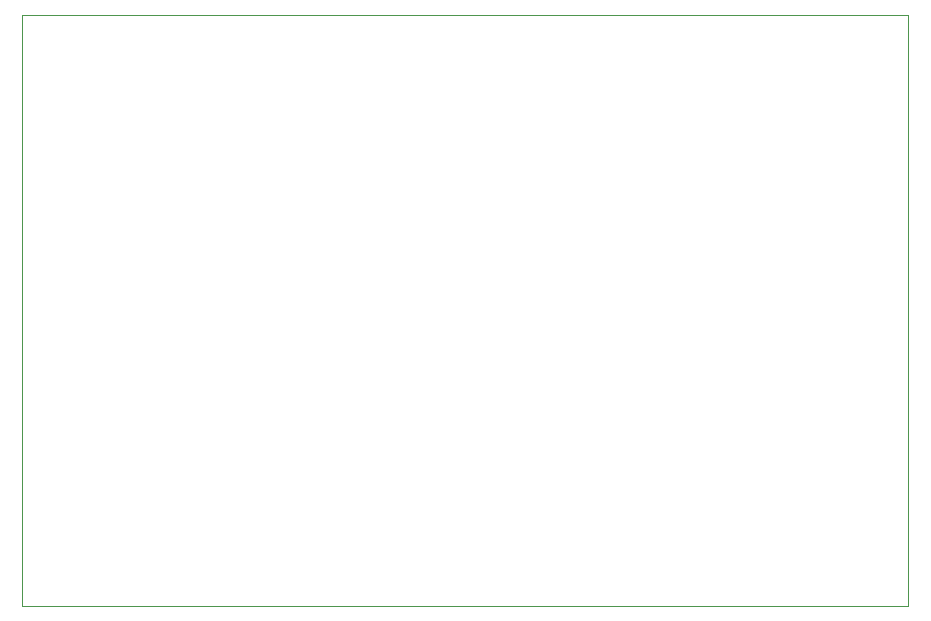
<source format=gm1>
G04 #@! TF.GenerationSoftware,KiCad,Pcbnew,(5.1.9)-1*
G04 #@! TF.CreationDate,2021-12-15T22:13:59+01:00*
G04 #@! TF.ProjectId,AudioCodecModule_WM8960,41756469-6f43-46f6-9465-634d6f64756c,rev?*
G04 #@! TF.SameCoordinates,Original*
G04 #@! TF.FileFunction,Profile,NP*
%FSLAX46Y46*%
G04 Gerber Fmt 4.6, Leading zero omitted, Abs format (unit mm)*
G04 Created by KiCad (PCBNEW (5.1.9)-1) date 2021-12-15 22:13:59*
%MOMM*%
%LPD*%
G01*
G04 APERTURE LIST*
G04 #@! TA.AperFunction,Profile*
%ADD10C,0.050000*%
G04 #@! TD*
G04 APERTURE END LIST*
D10*
X140000000Y-101000000D02*
X140000000Y-51000000D01*
X215000000Y-51000000D02*
X215000000Y-101000000D01*
X215000000Y-101000000D02*
X140000000Y-101000000D01*
X140000000Y-51000000D02*
X215000000Y-51000000D01*
M02*

</source>
